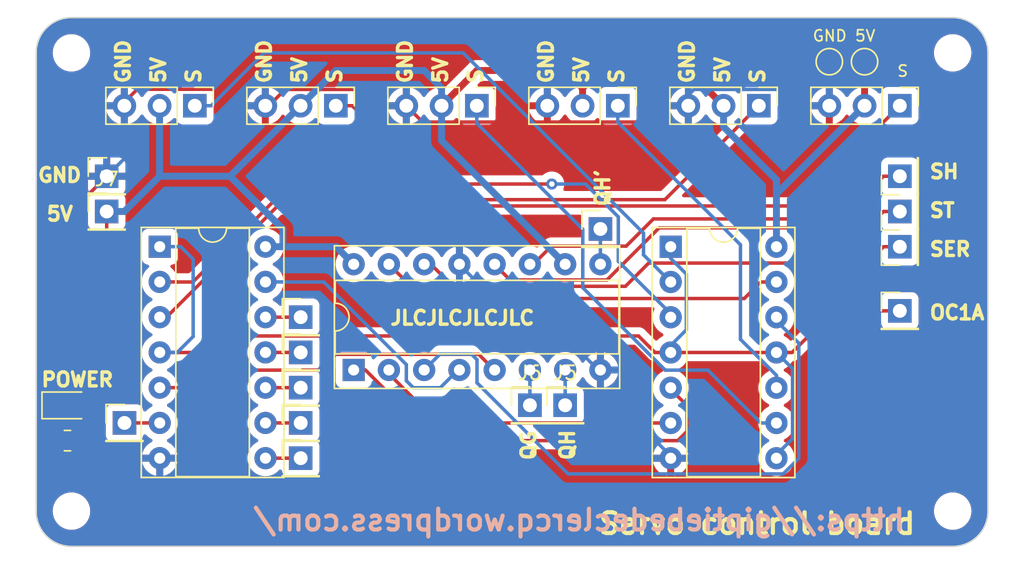
<source format=kicad_pcb>
(kicad_pcb (version 20221018) (generator pcbnew)
  (layers (0 "F.Cu" signal) (31 "B.Cu" signal) (34 "B.Paste" user) (35 "F.Paste" user) (36 "B.SilkS" user "B.Silkscreen") (37 "F.SilkS" user "F.Silkscreen") (38 "B.Mask" user) (39 "F.Mask" user) (44 "Edge.Cuts" user))
  (net 0 "")
  (net 1 "Net-(J1-Pin_1)")
  (net 2 "Net-(J2-Pin_1)")
  (net 3 "Net-(J3-Pin_1)")
  (net 4 "Net-(J4-Pin_1)")
  (net 5 "Net-(J5-Pin_1)")
  (net 6 "Net-(J6-Pin_1)")
  (net 7 "Net-(M1-PWM)")
  (net 8 "+5V")
  (net 9 "GND")
  (net 10 "Net-(M2-PWM)")
  (net 11 "Net-(M3-PWM)")
  (net 12 "Net-(M4-PWM)")
  (net 13 "Net-(M5-PWM)")
  (net 14 "Net-(M6-PWM)")
  (net 15 "Net-(U1-QB)")
  (net 16 "Net-(U1-QC)")
  (net 17 "Net-(U1-QD)")
  (net 18 "Net-(U1-QE)")
  (net 19 "Net-(U1-QF)")
  (net 20 "Net-(U1-QA)")
  (net 21 "Net-(D1-A)")
  (net 22 "Net-(J9-Pin_1)")
  (net 23 "Net-(J10-Pin_1)")
  (net 24 "Net-(J11-Pin_1)")
  (net 25 "Net-(J12-Pin_1)")
  (net 26 "Net-(J13-Pin_1)")
  (net 27 "Net-(J14-Pin_1)")
  (net 28 "Net-(J15-Pin_1)")
  (footprint "TestPoint:TestPoint_Pad_D1.5mm" (layer "F.Cu") (at 132.08 73.025)
    (fp_text reference "TP2" hide)
    (fp_text value "TestPoint")
    (pad "1" smd circle (at 0 0) (size 1.5 1.5) (layers "F.Cu" "F.Mask") (net 9 "GND"))
  )
  (footprint "MountingHole:MountingHole_2.2mm_M2" (layer "F.Cu") (at 77.47 72.39)
    (fp_text reference "H4" hide)
    (fp_text value "MountingHole")
    (pad "" np_thru_hole circle (at 0 0) (size 2.2 2.2) (drill 2.2) (layers "*.Cu" "*.Mask"))
  )
  (footprint "Package_DIP:DIP-14_W7.62mm_Socket" (layer "F.Cu") (at 120.65 86.36)
    (fp_text reference "U3" hide)
    (fp_text value "CD4066BE")
    (pad "1" thru_hole rect (at 0 0) (size 1.6 1.6) (drill 0.8) (layers "*.Cu" "*.Mask") (net 22 "Net-(J9-Pin_1)"))
    (pad "2" thru_hole oval (at 0 2.54) (size 1.6 1.6) (drill 0.8) (layers "*.Cu" "*.Mask") (net 7 "Net-(M1-PWM)"))
    (pad "3" thru_hole oval (at 0 5.08) (size 1.6 1.6) (drill 0.8) (layers "*.Cu" "*.Mask") (net 10 "Net-(M2-PWM)"))
    (pad "4" thru_hole oval (at 0 7.62) (size 1.6 1.6) (drill 0.8) (layers "*.Cu" "*.Mask") (net 22 "Net-(J9-Pin_1)"))
    (pad "5" thru_hole oval (at 0 10.16) (size 1.6 1.6) (drill 0.8) (layers "*.Cu" "*.Mask") (net 15 "Net-(U1-QB)"))
    (pad "6" thru_hole oval (at 0 12.7) (size 1.6 1.6) (drill 0.8) (layers "*.Cu" "*.Mask") (net 16 "Net-(U1-QC)"))
    (pad "7" thru_hole oval (at 0 15.24) (size 1.6 1.6) (drill 0.8) (layers "*.Cu" "*.Mask") (net 9 "GND"))
    (pad "8" thru_hole oval (at 7.62 15.24) (size 1.6 1.6) (drill 0.8) (layers "*.Cu" "*.Mask") (net 22 "Net-(J9-Pin_1)"))
    (pad "9" thru_hole oval (at 7.62 12.7) (size 1.6 1.6) (drill 0.8) (layers "*.Cu" "*.Mask") (net 11 "Net-(M3-PWM)"))
    (pad "10" thru_hole oval (at 7.62 10.16) (size 1.6 1.6) (drill 0.8) (layers "*.Cu" "*.Mask") (net 12 "Net-(M4-PWM)"))
    (pad "11" thru_hole oval (at 7.62 7.62) (size 1.6 1.6) (drill 0.8) (layers "*.Cu" "*.Mask") (net 22 "Net-(J9-Pin_1)"))
    (pad "12" thru_hole oval (at 7.62 5.08) (size 1.6 1.6) (drill 0.8) (layers "*.Cu" "*.Mask") (net 17 "Net-(U1-QD)"))
    (pad "13" thru_hole oval (at 7.62 2.54) (size 1.6 1.6) (drill 0.8) (layers "*.Cu" "*.Mask") (net 20 "Net-(U1-QA)"))
    (pad "14" thru_hole oval (at 7.62 0) (size 1.6 1.6) (drill 0.8) (layers "*.Cu" "*.Mask") (net 8 "+5V"))
  )
  (footprint "Connector_PinHeader_2.54mm:PinHeader_1x01_P2.54mm_Vertical" (layer "F.Cu") (at 80.01 81.28)
    (fp_text reference "J8" hide)
    (fp_text value "Conn_01x01_Pin")
    (pad "1" thru_hole rect (at 0 0) (size 1.7 1.7) (drill 1) (layers "*.Cu" "*.Mask") (net 9 "GND"))
  )
  (footprint "Connector_PinHeader_2.54mm:PinHeader_1x01_P2.54mm_Vertical" (layer "F.Cu") (at 137.16 90.98)
    (fp_text reference "J9" hide)
    (fp_text value "Conn_01x01_Pin")
    (pad "1" thru_hole rect (at 0 0) (size 1.7 1.7) (drill 1) (layers "*.Cu" "*.Mask") (net 22 "Net-(J9-Pin_1)"))
  )
  (footprint "Connector_PinHeader_2.54mm:PinHeader_1x01_P2.54mm_Vertical" (layer "F.Cu") (at 80.01 83.82)
    (fp_text reference "J7" (at 0 -2.33) (layer "F.SilkS"))
    (fp_text value "Conn_01x01_Pin")
    (pad "1" thru_hole rect (at 0 0) (size 1.7 1.7) (drill 1) (layers "*.Cu" "*.Mask") (net 8 "+5V"))
  )
  (footprint "Connector_PinHeader_2.54mm:PinHeader_1x01_P2.54mm_Vertical" (layer "F.Cu") (at 93.99 93.975)
    (fp_text reference "J13" hide)
    (fp_text value "Conn_01x01_Pin")
    (pad "1" thru_hole rect (at 0 0) (size 1.7 1.7) (drill 1) (layers "*.Cu" "*.Mask") (net 26 "Net-(J13-Pin_1)"))
  )
  (footprint "Connector_PinHeader_2.54mm:PinHeader_1x01_P2.54mm_Vertical" (layer "F.Cu") (at 81.29 99.055)
    (fp_text reference "J12" hide)
    (fp_text value "Conn_01x01_Pin")
    (pad "1" thru_hole rect (at 0 0) (size 1.7 1.7) (drill 1) (layers "*.Cu" "*.Mask") (net 25 "Net-(J12-Pin_1)"))
  )
  (footprint "Connector_PinHeader_2.54mm:PinHeader_1x01_P2.54mm_Vertical" (layer "F.Cu") (at 137.16 81.28 90)
    (fp_text reference "J2" hide)
    (fp_text value "Conn_01x01_Pin" hide)
    (pad "1" thru_hole rect (at 0 0 90) (size 1.7 1.7) (drill 1) (layers "*.Cu" "*.Mask") (net 2 "Net-(J2-Pin_1)"))
  )
  (footprint "Connector_PinHeader_2.54mm:PinHeader_1x01_P2.54mm_Vertical" (layer "F.Cu") (at 110.505 97.78)
    (fp_text reference "J6" (at 0 -2.33) (layer "F.SilkS"))
    (fp_text value "Conn_01x01_Pin" hide)
    (pad "1" thru_hole rect (at 0 0) (size 1.7 1.7) (drill 1) (layers "*.Cu" "*.Mask") (net 6 "Net-(J6-Pin_1)"))
  )
  (footprint "Connector_PinHeader_2.54mm:PinHeader_1x01_P2.54mm_Vertical" (layer "F.Cu") (at 93.99 91.435)
    (fp_text reference "J15" hide)
    (fp_text value "Conn_01x01_Pin")
    (pad "1" thru_hole rect (at 0 0) (size 1.7 1.7) (drill 1) (layers "*.Cu" "*.Mask") (net 28 "Net-(J15-Pin_1)"))
  )
  (footprint "MountingHole:MountingHole_2.2mm_M2" (layer "F.Cu") (at 140.97 72.39)
    (fp_text reference "H1" hide)
    (fp_text value "MountingHole")
    (pad "" np_thru_hole circle (at 0 0) (size 2.2 2.2) (drill 2.2) (layers "*.Cu" "*.Mask"))
  )
  (footprint "Connector_PinHeader_2.54mm:PinHeader_1x03_P2.54mm_Vertical" (layer "F.Cu") (at 137.16 76.2 -90)
    (fp_text reference "M6" hide)
    (fp_text value "Motor_Servo")
    (pad "1" thru_hole rect (at 0 0 270) (size 1.7 1.7) (drill 1) (layers "*.Cu" "*.Mask") (net 14 "Net-(M6-PWM)"))
    (pad "2" thru_hole oval (at 0 2.54 270) (size 1.7 1.7) (drill 1) (layers "*.Cu" "*.Mask") (net 8 "+5V"))
    (pad "3" thru_hole oval (at 0 5.08 270) (size 1.7 1.7) (drill 1) (layers "*.Cu" "*.Mask") (net 9 "GND"))
  )
  (footprint "Connector_PinHeader_2.54mm:PinHeader_1x03_P2.54mm_Vertical" (layer "F.Cu") (at 86.36 76.2 -90)
    (fp_text reference "M1" hide)
    (fp_text value "Motor_Servo")
    (pad "1" thru_hole rect (at 0 0 270) (size 1.7 1.7) (drill 1) (layers "*.Cu" "*.Mask") (net 7 "Net-(M1-PWM)"))
    (pad "2" thru_hole oval (at 0 2.54 270) (size 1.7 1.7) (drill 1) (layers "*.Cu" "*.Mask") (net 8 "+5V"))
    (pad "3" thru_hole oval (at 0 5.08 270) (size 1.7 1.7) (drill 1) (layers "*.Cu" "*.Mask") (net 9 "GND"))
  )
  (footprint "Connector_PinHeader_2.54mm:PinHeader_1x03_P2.54mm_Vertical" (layer "F.Cu") (at 106.68 76.2 -90)
    (fp_text reference "M3" hide)
    (fp_text value "Motor_Servo")
    (pad "1" thru_hole rect (at 0 0 270) (size 1.7 1.7) (drill 1) (layers "*.Cu" "*.Mask") (net 11 "Net-(M3-PWM)"))
    (pad "2" thru_hole oval (at 0 2.54 270) (size 1.7 1.7) (drill 1) (layers "*.Cu" "*.Mask") (net 8 "+5V"))
    (pad "3" thru_hole oval (at 0 5.08 270) (size 1.7 1.7) (drill 1) (layers "*.Cu" "*.Mask") (net 9 "GND"))
  )
  (footprint "Connector_PinHeader_2.54mm:PinHeader_1x03_P2.54mm_Vertical" (layer "F.Cu") (at 96.52 76.2 -90)
    (fp_text reference "M2" hide)
    (fp_text value "Motor_Servo")
    (pad "1" thru_hole rect (at 0 0 270) (size 1.7 1.7) (drill 1) (layers "*.Cu" "*.Mask") (net 10 "Net-(M2-PWM)"))
    (pad "2" thru_hole oval (at 0 2.54 270) (size 1.7 1.7) (drill 1) (layers "*.Cu" "*.Mask") (net 8 "+5V"))
    (pad "3" thru_hole oval (at 0 5.08 270) (size 1.7 1.7) (drill 1) (layers "*.Cu" "*.Mask") (net 9 "GND"))
  )
  (footprint "Connector_PinHeader_2.54mm:PinHeader_1x01_P2.54mm_Vertical" (layer "F.Cu") (at 137.16 86.36 90)
    (fp_text reference "J1" hide)
    (fp_text value "Conn_01x01_Pin" hide)
    (pad "1" thru_hole rect (at 0 0 90) (size 1.7 1.7) (drill 1) (layers "*.Cu" "*.Mask") (net 1 "Net-(J1-Pin_1)"))
  )
  (footprint "Package_DIP:DIP-14_W7.62mm_Socket" (layer "F.Cu") (at 83.83 86.355)
    (fp_text reference "U2" hide)
    (fp_text value "CD4066BE")
    (pad "1" thru_hole rect (at 0 0) (size 1.6 1.6) (drill 0.8) (layers "*.Cu" "*.Mask") (net 22 "Net-(J9-Pin_1)"))
    (pad "2" thru_hole oval (at 0 2.54) (size 1.6 1.6) (drill 0.8) (layers "*.Cu" "*.Mask") (net 13 "Net-(M5-PWM)"))
    (pad "3" thru_hole oval (at 0 5.08) (size 1.6 1.6) (drill 0.8) (layers "*.Cu" "*.Mask") (net 14 "Net-(M6-PWM)"))
    (pad "4" thru_hole oval (at 0 7.62) (size 1.6 1.6) (drill 0.8) (layers "*.Cu" "*.Mask") (net 22 "Net-(J9-Pin_1)"))
    (pad "5" thru_hole oval (at 0 10.16) (size 1.6 1.6) (drill 0.8) (layers "*.Cu" "*.Mask") (net 19 "Net-(U1-QF)"))
    (pad "6" thru_hole oval (at 0 12.7) (size 1.6 1.6) (drill 0.8) (layers "*.Cu" "*.Mask") (net 25 "Net-(J12-Pin_1)"))
    (pad "7" thru_hole oval (at 0 15.24) (size 1.6 1.6) (drill 0.8) (layers "*.Cu" "*.Mask") (net 9 "GND"))
    (pad "8" thru_hole oval (at 7.62 15.24) (size 1.6 1.6) (drill 0.8) (layers "*.Cu" "*.Mask") (net 23 "Net-(J10-Pin_1)"))
    (pad "9" thru_hole oval (at 7.62 12.7) (size 1.6 1.6) (drill 0.8) (layers "*.Cu" "*.Mask") (net 24 "Net-(J11-Pin_1)"))
    (pad "10" thru_hole oval (at 7.62 10.16) (size 1.6 1.6) (drill 0.8) (layers "*.Cu" "*.Mask") (net 27 "Net-(J14-Pin_1)"))
    (pad "11" thru_hole oval (at 7.62 7.62) (size 1.6 1.6) (drill 0.8) (layers "*.Cu" "*.Mask") (net 26 "Net-(J13-Pin_1)"))
    (pad "12" thru_hole oval (at 7.62 5.08) (size 1.6 1.6) (drill 0.8) (layers "*.Cu" "*.Mask") (net 28 "Net-(J15-Pin_1)"))
    (pad "13" thru_hole oval (at 7.62 2.54) (size 1.6 1.6) (drill 0.8) (layers "*.Cu" "*.Mask") (net 18 "Net-(U1-QE)"))
    (pad "14" thru_hole oval (at 7.62 0) (size 1.6 1.6) (drill 0.8) (layers "*.Cu" "*.Mask") (net 8 "+5V"))
  )
  (footprint "Connector_PinHeader_2.54mm:PinHeader_1x01_P2.54mm_Vertical" (layer "F.Cu") (at 115.585 85.08)
    (fp_text reference "J4" hide)
    (fp_text value "Conn_01x01_Pin" hide)
    (pad "1" thru_hole rect (at 0 0) (size 1.7 1.7) (drill 1) (layers "*.Cu" "*.Mask") (net 4 "Net-(J4-Pin_1)"))
  )
  (footprint "Connector_PinHeader_2.54mm:PinHeader_1x03_P2.54mm_Vertical" (layer "F.Cu") (at 127 76.2 -90)
    (fp_text reference "M5" hide)
    (fp_text value "Motor_Servo")
    (pad "1" thru_hole rect (at 0 0 270) (size 1.7 1.7) (drill 1) (layers "*.Cu" "*.Mask") (net 13 "Net-(M5-PWM)"))
    (pad "2" thru_hole oval (at 0 2.54 270) (size 1.7 1.7) (drill 1) (layers "*.Cu" "*.Mask") (net 8 "+5V"))
    (pad "3" thru_hole oval (at 0 5.08 270) (size 1.7 1.7) (drill 1) (layers "*.Cu" "*.Mask") (net 9 "GND"))
  )
  (footprint "Connector_PinHeader_2.54mm:PinHeader_1x01_P2.54mm_Vertical" (layer "F.Cu") (at 137.16 83.82 90)
    (fp_text reference "J3" hide)
    (fp_text value "Conn_01x01_Pin" hide)
    (pad "1" thru_hole rect (at 0 0 90) (size 1.7 1.7) (drill 1) (layers "*.Cu" "*.Mask") (net 3 "Net-(J3-Pin_1)"))
  )
  (footprint "Connector_PinHeader_2.54mm:PinHeader_1x01_P2.54mm_Vertical" (layer "F.Cu") (at 93.99 96.515)
    (fp_text reference "J14" hide)
    (fp_text value "Conn_01x01_Pin")
    (pad "1" thru_hole rect (at 0 0) (size 1.7 1.7) (drill 1) (layers "*.Cu" "*.Mask") (net 27 "Net-(J14-Pin_1)"))
  )
  (footprint "MountingHole:MountingHole_2.2mm_M2" (layer "F.Cu") (at 140.97 105.41)
    (fp_text reference "H2" hide)
    (fp_text value "MountingHole")
    (pad "" np_thru_hole circle (at 0 0) (size 2.2 2.2) (drill 2.2) (layers "*.Cu" "*.Mask"))
  )
  (footprint "TestPoint:TestPoint_Pad_D1.5mm" (layer "F.Cu") (at 134.62 73.025)
    (fp_text reference "TP1" hide)
    (fp_text value "TestPoint")
    (pad "1" smd circle (at 0 0) (size 1.5 1.5) (layers "F.Cu" "F.Mask") (net 8 "+5V"))
  )
  (footprint "MountingHole:MountingHole_2.2mm_M2" (layer "F.Cu") (at 77.47 105.41)
    (fp_text reference "H3" hide)
    (fp_text value "MountingHole")
    (pad "" np_thru_hole circle (at 0 0) (size 2.2 2.2) (drill 2.2) (layers "*.Cu" "*.Mask"))
  )
  (footprint "Connector_PinHeader_2.54mm:PinHeader_1x01_P2.54mm_Vertical" (layer "F.Cu") (at 113.045 97.78)
    (fp_text reference "J5" (at 0 -2.33) (layer "F.SilkS"))
    (fp_text value "Conn_01x01_Pin" hide)
    (pad "1" thru_hole rect (at 0 0) (size 1.7 1.7) (drill 1) (layers "*.Cu" "*.Mask") (net 5 "Net-(J5-Pin_1)"))
  )
  (footprint "Connector_PinHeader_2.54mm:PinHeader_1x01_P2.54mm_Vertical" (layer "F.Cu") (at 93.99 99.055)
    (fp_text reference "J11" hide)
    (fp_text value "Conn_01x01_Pin")
    (pad "1" thru_hole rect (at 0 0) (size 1.7 1.7) (drill 1) (layers "*.Cu" "*.Mask") (net 24 "Net-(J11-Pin_1)"))
  )
  (footprint "Package_DIP:DIP-16_W7.62mm_Socket" (layer "F.Cu") (at 97.805 95.24 90)
    (fp_text reference "U1" hide)
    (fp_text value "74HC595")
    (pad "1" thru_hole rect (at 0 0 90) (size 1.6 1.6) (drill 0.8) (layers "*.Cu" "*.Mask") (net 15 "Net-(U1-QB)"))
    (pad "2" thru_hole oval (at 0 2.54 90) (size 1.6 1.6) (drill 0.8) (layers "*.Cu" "*.Mask") (net 16 "Net-(U1-QC)"))
    (pad "3" thru_hole oval (at 0 5.08 90) (size 1.6 1.6) (drill 0.8) (layers "*.Cu" "*.Mask") (net 17 "Net-(U1-QD)"))
    (pad "4" thru_hole oval (at 0 7.62 90) (size 1.6 1.6) (drill 0.8) (layers "*.Cu" "*.Mask") (net 18 "Net-(U1-QE)"))
    (pad "5" thru_hole oval (at 0 10.16 90) (size 1.6 1.6) (drill 0.8) (layers "*.Cu" "*.Mask") (net 19 "Net-(U1-QF)"))
    (pad "6" thru_hole oval (at 0 12.7 90) (size 1.6 1.6) (drill 0.8) (layers "*.Cu" "*.Mask") (net 6 "Net-(J6-Pin_1)"))
    (pad "7" thru_hole oval (at 0 15.24 90) (size 1.6 1.6) (drill 0.8) (layers "*.Cu" "*.Mask") (net 5 "Net-(J5-Pin_1)"))
    (pad "8" thru_hole oval (at 0 17.78 90) (size 1.6 1.6) (drill 0.8) (layers "*.Cu" "*.Mask") (net 9 "GND"))
    (pad "9" thru_hole oval (at 7.62 17.78 90) (size 1.6 1.6) (drill 0.8) (layers "*.Cu" "*.Mask") (net 4 "Net-(J4-Pin_1)"))
    (pad "10" thru_hole oval (at 7.62 15.24 90) (size 1.6 1.6) (drill 0.8) (layers "*.Cu" "*.Mask") (net 8 "+5V"))
    (pad "11" thru_hole oval (at 7.62 12.7 90) (size 1.6 1.6) (drill 0.8) (layers "*.Cu" "*.Mask") (net 2 "Net-(J2-Pin_1)"))
    (pad "12" thru_hole oval (at 7.62 10.16 90) (size 1.6 1.6) (drill 0.8) (layers "*.Cu" "*.Mask") (net 3 "Net-(J3-Pin_1)"))
    (pad "13" thru_hole oval (at 7.62 7.62 90) (size 1.6 1.6) (drill 0.8) (layers "*.Cu" "*.Mask") (net 9 "GND"))
    (pad "14" thru_hole oval (at 7.62 5.08 90) (size 1.6 1.6) (drill 0.8) (layers "*.Cu" "*.Mask") (net 1 "Net-(J1-Pin_1)"))
    (pad "15" thru_hole oval (at 7.62 2.54 90) (size 1.6 1.6) (drill 0.8) (layers "*.Cu" "*.Mask") (net 20 "Net-(U1-QA)"))
    (pad "16" thru_hole oval (at 7.62 0 90) (size 1.6 1.6) (drill 0.8) (layers "*.Cu" "*.Mask") (net 8 "+5V"))
  )
  (footprint "Connector_PinHeader_2.54mm:PinHeader_1x01_P2.54mm_Vertical" (layer "F.Cu") (at 93.99 101.595)
    (fp_text reference "J10" hide)
    (fp_text value "Conn_01x01_Pin")
    (pad "1" thru_hole rect (at 0 0) (size 1.7 1.7) (drill 1) (layers "*.Cu" "*.Mask") (net 23 "Net-(J10-Pin_1)"))
  )
  (footprint "Resistor_SMD:R_0805_2012Metric_Pad1.20x1.40mm_HandSolder" (layer "F.Cu") (at 77.182 100.33)
    (fp_text reference "R1" hide)
    (fp_text value "R")
    (pad "1" smd roundrect (at -1 0) (size 1.2 1.4) (layers "F.Cu" "F.Paste" "F.Mask") (roundrect_rratio 0.2083333333) (net 8 "+5V"))
    (pad "2" smd roundrect (at 1 0) (size 1.2 1.4) (layers "F.Cu" "F.Paste" "F.Mask") (roundrect_rratio 0.2083333333) (net 21 "Net-(D1-A)"))
  )
  (footprint "LED_SMD:LED_0805_2012Metric_Pad1.15x1.40mm_HandSolder" (layer "F.Cu") (at 77.207 97.79)
    (fp_text reference "D1" hide)
    (fp_text value "LED")
    (pad "1" smd roundrect (at -1.025 0) (size 1.15 1.4) (layers "F.Cu" "F.Paste" "F.Mask") (roundrect_rratio 0.2173913043) (net 9 "GND"))
    (pad "2" smd roundrect (at 1.025 0) (size 1.15 1.4) (layers "F.Cu" "F.Paste" "F.Mask") (roundrect_rratio 0.2173913043) (net 21 "Net-(D1-A)"))
  )
  (footprint "Connector_PinHeader_2.54mm:PinHeader_1x03_P2.54mm_Vertical" (layer "F.Cu") (at 116.84 76.2 -90)
    (fp_text reference "M4" hide)
    (fp_text value "Motor_Servo")
    (pad "1" thru_hole rect (at 0 0 270) (size 1.7 1.7) (drill 1) (layers "*.Cu" "*.Mask") (net 12 "Net-(M4-PWM)"))
    (pad "2" thru_hole oval (at 0 2.54 270) (size 1.7 1.7) (drill 1) (layers "*.Cu" "*.Mask") (net 8 "+5V"))
    (pad "3" thru_hole oval (at 0 5.08 270) (size 1.7 1.7) (drill 1) (layers "*.Cu" "*.Mask") (net 9 "GND"))
  )
  (gr_arc (start 74.93 72.39) (mid 75.673949 70.593949) (end 77.47 69.85) (stroke (width 0.1)) (layer "Edge.Cuts"))
  (gr_arc (start 143.51 105.41) (mid 142.766051 107.206051) (end 140.97 107.95) (stroke (width 0.1)) (layer "Edge.Cuts"))
  (gr_line (start 140.97 107.95) (end 77.47 107.95) (stroke (width 0.1)) (layer "Edge.Cuts"))
  (gr_arc (start 77.47 107.95) (mid 75.673949 107.206051) (end 74.93 105.41) (stroke (width 0.1)) (layer "Edge.Cuts"))
  (gr_line (start 143.51 72.39) (end 143.51 105.41) (stroke (width 0.1)) (layer "Edge.Cuts"))
  (gr_line (start 77.47 69.85) (end 140.97 69.85) (stroke (width 0.1)) (layer "Edge.Cuts"))
  (gr_line (start 74.93 105.41) (end 74.93 72.39) (stroke (width 0.1)) (layer "Edge.Cuts"))
  (gr_arc (start 140.97 69.85) (mid 142.766051 70.593949) (end 143.51 72.39) (stroke (width 0.1)) (layer "Edge.Cuts"))
  (gr_text "https://giptiebedeclercq.wordpress.com/" (at 137.668 106.934) (layer "B.SilkS") (effects (font (size 1.5 1.5) (thickness 0.3) bold) (justify left bottom mirror)))
  (gr_text "S" (at 127.5 74.7 90) (layer "F.SilkS") (effects (font (size 1 1) (thickness 0.25) bold) (justify left bottom)))
  (gr_text "5V" (at 114.8 74.7 90) (layer "F.SilkS") (effects (font (size 1 1) (thickness 0.25) bold) (justify left bottom)))
  (gr_text "S" (at 136.906 74.168) (layer "F.SilkS") (effects (font (size 0.8 0.8) (thickness 0.125) bold) (justify left bottom)))
  (gr_text "5V" (at 84.32 74.7 90) (layer "F.SilkS") (effects (font (size 1 1) (thickness 0.25) bold) (justify left bottom)))
  (gr_text "POWER" (at 75.184 96.52) (layer "F.SilkS") (effects (font (size 1 1) (thickness 0.25) bold) (justify left bottom)))
  (gr_text "GND" (at 102.1 74.7 90) (layer "F.SilkS") (effects (font (size 1 1) (thickness 0.25) bold) (justify left bottom)))
  (gr_text "5V" (at 133.858 71.628) (layer "F.SilkS") (effects (font (size 0.8 0.8) (thickness 0.125) bold) (justify left bottom)))
  (gr_text "5V" (at 94.48 74.7 90) (layer "F.SilkS") (effects (font (size 1 1) (thickness 0.25) bold) (justify left bottom)))
  (gr_text "GND" (at 130.81 71.628) (layer "F.SilkS") (effects (font (size 0.8 0.8) (thickness 0.125) bold) (justify left bottom)))
  (gr_text "GND" (at 122.42 74.7 90) (layer "F.SilkS") (effects (font (size 1 1) (thickness 0.25) bold) (justify left bottom)))
  (gr_text "S" (at 86.86 74.7 90) (layer "F.SilkS") (effects (font (size 1 1) (thickness 0.25) bold) (justify left bottom)))
  (gr_text "GND" (at 91.94 74.7 90) (layer "F.SilkS") (effects (font (size 1 1) (thickness 0.25) bold) (justify left bottom)))
  (gr_text "5V" (at 124.96 74.7 90) (layer "F.SilkS") (effects (font (size 1 1) (thickness 0.25) bold) (justify left bottom)))
  (gr_text "QG" (at 110.998 101.854 90) (layer "F.SilkS") (effects (font (size 1 1) (thickness 0.25) bold) (justify left bottom)))
  (gr_text "OC1A" (at 139.192 91.694) (layer "F.SilkS") (effects (font (size 1 1) (thickness 0.25) bold) (justify left bottom)))
  (gr_text "SH" (at 139.192 81.534) (layer "F.SilkS") (effects (font (size 1 1) (thickness 0.25) bold) (justify left bottom)))
  (gr_text "ST" (at 139.192 84.328) (layer "F.SilkS") (effects (font (size 1 1) (thickness 0.25) bold) (justify left bottom)))
  (gr_text "5V" (at 75.565 84.582) (layer "F.SilkS") (effects (font (size 1 1) (thickness 0.25) bold) (justify left bottom)))
  (gr_text "GND" (at 112.26 74.7 90) (layer "F.SilkS") (effects (font (size 1 1) (thickness 0.25) bold) (justify left bottom)))
  (gr_text "JLCJLCJLCJLC" (at 100.33 92.075) (layer "F.SilkS") (effects (font (size 1 1) (thickness 0.25) bold) (justify left bottom)))
  (gr_text "S" (at 107.18 74.7 90) (layer "F.SilkS") (effects (font (size 1 1) (thickness 0.25) bold) (justify left bottom)))
  (gr_text "Servo control board" (at 115.316 107.188) (layer "F.SilkS") (effects (font (size 1.5 1.5) (thickness 0.3) bold) (justify left bottom)))
  (gr_text "5V" (at 104.64 74.7 90) (layer "F.SilkS") (effects (font (size 1 1) (thickness 0.25) bold) (justify left bottom)))
  (gr_text "GND" (at 81.78 74.7 90) (layer "F.SilkS") (effects (font (size 1 1) (thickness 0.25) bold) (justify left bottom)))
  (gr_text "SER" (at 139.192 87.122) (layer "F.SilkS") (effects (font (size 1 1) (thickness 0.25) bold) (justify left bottom)))
  (gr_text "QH'" (at 116.332 83.566 90) (layer "F.SilkS") (effects (font (size 1 1) (thickness 0.25) bold) (justify left bottom)))
  (gr_text "S" (at 97.02 74.7 90) (layer "F.SilkS") (effects (font (size 1 1) (thickness 0.25) bold) (justify left bottom)))
  (gr_text "QH" (at 113.792 101.854 90) (layer "F.SilkS") (effects (font (size 1 1) (thickness 0.25) bold) (justify left bottom)))
  (gr_text "S" (at 117.34 74.7 90) (layer "F.SilkS") (effects (font (size 1 1) (thickness 0.25) bold) (justify left bottom)))
  (gr_text "GND" (at 74.93 81.788) (layer "F.SilkS") (effects (font (size 1 1) (thickness 0.25) bold) (justify left bottom)))
  (segment (start 104.9573 89.2093) (end 117.3909 89.2093) (width 0.25) (layer "F.Cu") (net 1))
  (segment (start 119.0633 87.5369) (end 134.8062 87.5369) (width 0.25) (layer "F.Cu") (net 1))
  (segment (start 102.885 87.62) (end 103.368 87.62) (width 0.25) (layer "F.Cu") (net 1))
  (segment (start 134.8062 87.5369) (end 135.9831 86.36) (width 0.25) (layer "F.Cu") (net 1))
  (segment (start 117.3909 89.2093) (end 119.0633 87.5369) (width 0.25) (layer "F.Cu") (net 1))
  (segment (start 103.368 87.62) (end 104.9573 89.2093) (width 0.25) (layer "F.Cu") (net 1))
  (segment (start 135.9831 86.36) (end 137.16 86.36) (width 0.25) (layer "F.Cu") (net 1))
  (segment (start 132.9079 84.3552) (end 119.4006 84.3552) (width 0.25) (layer "F.Cu") (net 2))
  (segment (start 135.9831 81.28) (end 132.9079 84.3552) (width 0.25) (layer "F.Cu") (net 2))
  (segment (start 117.4407 86.3151) (end 112.0589 86.3151) (width 0.25) (layer "F.Cu") (net 2))
  (segment (start 119.4006 84.3552) (end 117.4407 86.3151) (width 0.25) (layer "F.Cu") (net 2))
  (segment (start 110.754 87.62) (end 110.505 87.62) (width 0.25) (layer "F.Cu") (net 2))
  (segment (start 137.16 81.28) (end 135.9831 81.28) (width 0.25) (layer "F.Cu") (net 2))
  (segment (start 112.0589 86.3151) (end 110.754 87.62) (width 0.25) (layer "F.Cu") (net 2))
  (segment (start 134.8062 84.9969) (end 135.9831 83.82) (width 0.25) (layer "F.Cu") (net 3))
  (segment (start 116.0567 88.7574) (end 119.8172 84.9969) (width 0.25) (layer "F.Cu") (net 3))
  (segment (start 107.965 87.62) (end 107.965 87.645) (width 0.25) (layer "F.Cu") (net 3))
  (segment (start 119.8172 84.9969) (end 134.8062 84.9969) (width 0.25) (layer "F.Cu") (net 3))
  (segment (start 135.9831 83.82) (end 137.16 83.82) (width 0.25) (layer "F.Cu") (net 3))
  (segment (start 107.965 87.645) (end 109.0774 88.7574) (width 0.25) (layer "F.Cu") (net 3))
  (segment (start 109.0774 88.7574) (end 116.0567 88.7574) (width 0.25) (layer "F.Cu") (net 3))
  (segment (start 115.585 85.08) (end 115.585 87.62) (width 0.25) (layer "B.Cu") (net 4))
  (segment (start 113.045 97.78) (end 113.045 95.24) (width 0.25) (layer "B.Cu") (net 5))
  (segment (start 110.505 97.78) (end 110.505 95.24) (width 0.25) (layer "B.Cu") (net 6))
  (segment (start 87.5369 76.2) (end 91.3469 72.39) (width 0.25) (layer "B.Cu") (net 7))
  (segment (start 86.36 76.2) (end 87.5369 76.2) (width 0.25) (layer "B.Cu") (net 7))
  (segment (start 118.6918 86.9418) (end 120.65 88.9) (width 0.25) (layer "B.Cu") (net 7))
  (segment (start 91.3469 72.39) (end 105.6964 72.39) (width 0.25) (layer "B.Cu") (net 7))
  (segment (start 118.6918 85.3854) (end 118.6918 86.9418) (width 0.25) (layer "B.Cu") (net 7))
  (segment (start 105.6964 72.39) (end 118.6918 85.3854) (width 0.25) (layer "B.Cu") (net 7))
  (segment (start 113.03 73.66) (end 114.3 74.93) (width 0.5) (layer "F.Cu") (net 8))
  (segment (start 114.3 76.2) (end 114.3 74.93) (width 0.5) (layer "F.Cu") (net 8))
  (segment (start 134.62 76.2) (end 134.62 73.025) (width 0.5) (layer "F.Cu") (net 8))
  (segment (start 77.216 89.0609) (end 77.216 99.296) (width 0.25) (layer "F.Cu") (net 8))
  (segment (start 80.01 86.2669) (end 77.216 89.0609) (width 0.25) (layer "F.Cu") (net 8))
  (segment (start 114.3 74.93) (end 115.062 74.168) (width 0.5) (layer "F.Cu") (net 8))
  (segment (start 122.428 74.168) (end 124.46 76.2) (width 0.5) (layer "F.Cu") (net 8))
  (segment (start 80.01 83.82) (end 80.01 86.2669) (width 0.25) (layer "F.Cu") (net 8))
  (segment (start 106.68 73.66) (end 113.03 73.66) (width 0.5) (layer "F.Cu") (net 8))
  (segment (start 115.062 74.168) (end 122.428 74.168) (width 0.5) (layer "F.Cu") (net 8))
  (segment (start 104.14 76.2) (end 106.68 73.66) (width 0.5) (layer "F.Cu") (net 8))
  (segment (start 77.216 99.296) (end 76.182 100.33) (width 0.25) (layer "F.Cu") (net 8))
  (segment (start 83.82 81.28) (end 81.28 83.82) (width 0.5) (layer "B.Cu") (net 8))
  (segment (start 83.82 76.2) (end 83.82 81.28) (width 0.5) (layer "B.Cu") (net 8))
  (segment (start 128.27 81.534) (end 128.27 82.55) (width 0.5) (layer "B.Cu") (net 8))
  (segment (start 96.545 86.36) (end 97.805 87.62) (width 0.5) (layer "B.Cu") (net 8))
  (segment (start 92.705 86.355) (end 91.45 86.355) (width 0.5) (layer "B.Cu") (net 8))
  (segment (start 96.52 73.66) (end 102.87 73.66) (width 0.5) (layer "B.Cu") (net 8))
  (segment (start 124.46 76.2) (end 124.46 77.724) (width 0.5) (layer "B.Cu") (net 8))
  (segment (start 128.27 81.534) (end 128.27 86.36) (width 0.5) (layer "B.Cu") (net 8))
  (segment (start 102.87 73.66) (end 104.14 74.93) (width 0.5) (layer "B.Cu") (net 8))
  (segment (start 88.9 81.28) (end 93.98 76.2) (width 0.5) (layer "B.Cu") (net 8))
  (segment (start 104.14 74.93) (end 104.14 76.2) (width 0.5) (layer "B.Cu") (net 8))
  (segment (start 128.27 82.55) (end 134.62 76.2) (width 0.5) (layer "B.Cu") (net 8))
  (segment (start 83.82 81.28) (end 88.9 81.28) (width 0.5) (layer "B.Cu") (net 8))
  (segment (start 92.71 86.36) (end 96.545 86.36) (width 0.5) (layer "B.Cu") (net 8))
  (segment (start 92.71 85.09) (end 92.71 86.36) (width 0.5) (layer "B.Cu") (net 8))
  (segment (start 92.71 86.36) (end 92.705 86.355) (width 0.5) (layer "B.Cu") (net 8))
  (segment (start 104.14 78.715) (end 104.14 76.2) (width 0.5) (layer "B.Cu") (net 8))
  (segment (start 88.9 81.28) (end 92.71 85.09) (width 0.5) (layer "B.Cu") (net 8))
  (segment (start 113.045 87.62) (end 104.14 78.715) (width 0.5) (layer "B.Cu") (net 8))
  (segment (start 124.46 77.724) (end 128.27 81.534) (width 0.5) (layer "B.Cu") (net 8))
  (segment (start 81.28 83.82) (end 80.01 83.82) (width 0.5) (layer "B.Cu") (net 8))
  (segment (start 93.98 76.2) (end 96.52 73.66) (width 0.5) (layer "B.Cu") (net 8))
  (segment (start 75.184 98.788) (end 76.182 97.79) (width 0.25) (layer "F.Cu") (net 9))
  (segment (start 91.44 76.2) (end 91.694 76.2) (width 0.25) (layer "F.Cu") (net 9))
  (segment (start 75.184 101.092) (end 75.184 98.788) (width 0.25) (layer "F.Cu") (net 9))
  (segment (start 75.687 101.595) (end 75.184 101.092) (width 0.25) (layer "F.Cu") (net 9))
  (segment (start 100.4231 76.2) (end 101.6 76.2) (width 0.25) (layer "F.Cu") (net 9))
  (segment (start 92.8709 75.0231) (end 99.2462 75.0231) (width 0.25) (layer "F.Cu") (net 9))
  (segment (start 119.5662 77.3769) (end 111.76 77.3769) (width 0.25) (layer "F.Cu") (net 9))
  (segment (start 99.2462 75.0231) (end 100.4231 76.2) (width 0.25) (layer "F.Cu") (net 9))
  (segment (start 111.76 76.2) (end 111.76 77.3769) (width 0.25) (layer "F.Cu") (net 9))
  (segment (start 81.28 75.946) (end 81.28 76.2) (width 0.25) (layer "F.Cu") (net 9))
  (segment (start 76.182 85.108) (end 80.01 81.28) (width 0.25) (layer "F.Cu") (net 9))
  (segment (start 89.0743 75.0112) (end 82.2148 75.0112) (width 0.25) (layer "F.Cu") (net 9))
  (segment (start 111.76 77.3769) (end 102.7769 77.3769) (width 0.25) (layer "F.Cu") (net 9))
  (segment (start 120.7431 76.2) (end 119.5662 77.3769) (width 0.25) (layer "F.Cu") (net 9))
  (segment (start 90.2631 76.2) (end 89.0743 75.0112) (width 0.25) (layer "F.Cu") (net 9))
  (segment (start 121.92 76.2) (end 120.7431 76.2) (width 0.25) (layer "F.Cu") (net 9))
  (segment (start 132.08 76.2) (end 132.08 73.025) (width 0.25) (layer "F.Cu") (net 9))
  (segment (start 76.182 97.79) (end 76.182 85.108) (width 0.25) (layer "F.Cu") (net 9))
  (segment (start 91.694 76.2) (end 92.8709 75.0231) (width 0.25) (layer "F.Cu") (net 9))
  (segment (start 82.2148 75.0112) (end 81.28 75.946) (width 0.25) (layer "F.Cu") (net 9))
  (segment (start 83.83 101.595) (end 75.687 101.595) (width 0.25) (layer "F.Cu") (net 9))
  (segment (start 91.44 76.2) (end 90.2631 76.2) (width 0.25) (layer "F.Cu") (net 9))
  (segment (start 102.7769 77.3769) (end 101.6 76.2) (width 0.25) (layer "F.Cu") (net 9))
  (segment (start 115.585 95.3946) (end 110.8328 90.6424) (width 0.25) (layer "B.Cu") (net 9))
  (segment (start 101.6 76.2) (end 101.6 82.6681) (width 0.25) (layer "B.Cu") (net 9))
  (segment (start 110.8328 90.6424) (end 108.4224 90.6424) (width 0.25) (layer "B.Cu") (net 9))
  (segment (start 122.3349 75.0231) (end 129.7262 75.0231) (width 0.25) (layer "B.Cu") (net 9))
  (segment (start 101.6 82.6681) (end 105.425 86.4931) (width 0.25) (layer "B.Cu") (net 9))
  (segment (start 121.92 76.2) (end 121.92 75.438) (width 0.25) (layer "B.Cu") (net 9))
  (segment (start 121.92 75.438) (end 122.3349 75.0231) (width 0.25) (layer "B.Cu") (net 9))
  (segment (start 81.28 76.2) (end 81.28 80.01) (width 0.25) (layer "B.Cu") (net 9))
  (segment (start 105.425 87.645) (end 105.425 87.62) (width 0.25) (layer "B.Cu") (net 9))
  (segment (start 105.425 87.62) (end 105.425 86.4931) (width 0.25) (layer "B.Cu") (net 9))
  (segment (start 120.65 101.4319) (end 120.65 101.6) (width 0.25) (layer "B.Cu") (net 9))
  (segment (start 80.01 81.28) (end 81.28 80.01) (width 0.25) (layer "B.Cu") (net 9))
  (segment (start 129.7262 75.0231) (end 130.9031 76.2) (width 0.25) (layer "B.Cu") (net 9))
  (segment (start 108.4224 90.6424) (end 105.425 87.645) (width 0.25) (layer "B.Cu") (net 9))
  (segment (start 115.585 95.3946) (end 115.585 96.3669) (width 0.25) (layer "B.Cu") (net 9))
  (segment (start 115.585 96.3669) (end 120.65 101.4319) (width 0.25) (layer "B.Cu") (net 9))
  (segment (start 130.9031 76.2) (end 132.08 76.2) (width 0.25) (layer "B.Cu") (net 9))
  (segment (start 115.585 95.24) (end 115.585 95.3946) (width 0.25) (layer "B.Cu") (net 9))
  (segment (start 103.3382 81.8413) (end 97.6969 76.2) (width 0.25) (layer "F.Cu") (net 10))
  (segment (start 96.52 76.2) (end 97.6969 76.2) (width 0.25) (layer "F.Cu") (net 10))
  (segment (start 112.0814 81.8413) (end 103.3382 81.8413) (width 0.25) (layer "F.Cu") (net 10))
  (via (at 112.0814 81.8413) (size 0.8) (drill 0.4) (layers "F.Cu" "B.Cu") (net 10))
  (segment (start 116.8746 87.4106) (end 116.8746 84.2073) (width 0.25) (layer "B.Cu") (net 10))
  (segment (start 120.65 91.44) (end 120.65 91.186) (width 0.25) (layer "B.Cu") (net 10))
  (segment (start 120.65 91.186) (end 116.8746 87.4106) (width 0.25) (layer "B.Cu") (net 10))
  (segment (start 116.8746 84.2073) (end 114.5086 81.8413) (width 0.25) (layer "B.Cu") (net 10))
  (segment (start 114.5086 81.8413) (end 112.0814 81.8413) (width 0.25) (layer "B.Cu") (net 10))
  (segment (start 120.2541 95.25) (end 123.3331 95.25) (width 0.25) (layer "B.Cu") (net 11))
  (segment (start 106.68 77.3769) (end 106.68 77.4678) (width 0.25) (layer "B.Cu") (net 11))
  (segment (start 106.68 77.4678) (end 114.315 85.1028) (width 0.25) (layer "B.Cu") (net 11))
  (segment (start 114.315 85.1028) (end 114.315 89.3109) (width 0.25) (layer "B.Cu") (net 11))
  (segment (start 114.315 89.3109) (end 120.2541 95.25) (width 0.25) (layer "B.Cu") (net 11))
  (segment (start 128.27 99.06) (end 127.1431 99.06) (width 0.25) (layer "B.Cu") (net 11))
  (segment (start 106.68 76.2) (end 106.68 77.3769) (width 0.25) (layer "B.Cu") (net 11))
  (segment (start 123.3331 95.25) (end 127.1431 99.06) (width 0.25) (layer "B.Cu") (net 11))
  (segment (start 116.84 76.2) (end 116.84 77.3769) (width 0.25) (layer "B.Cu") (net 12))
  (segment (start 125.676 93.0326) (end 128.27 95.6266) (width 0.25) (layer "B.Cu") (net 12))
  (segment (start 116.84 77.3769) (end 125.676 86.2129) (width 0.25) (layer "B.Cu") (net 12))
  (segment (start 125.676 86.2129) (end 125.676 93.0326) (width 0.25) (layer "B.Cu") (net 12))
  (segment (start 128.27 95.6266) (end 128.27 96.52) (width 0.25) (layer "B.Cu") (net 12))
  (segment (start 92.1485 82.9684) (end 86.2169 88.9) (width 0.25) (layer "F.Cu") (net 13))
  (segment (start 120.2316 82.9684) (end 92.1485 82.9684) (width 0.25) (layer "F.Cu") (net 13))
  (segment (start 86.2169 88.9) (end 85.09 88.9) (width 0.25) (layer "F.Cu") (net 13))
  (segment (start 85.085 88.895) (end 83.83 88.895) (width 0.25) (layer "F.Cu") (net 13))
  (segment (start 127 76.2) (end 120.2316 82.9684) (width 0.25) (layer "F.Cu") (net 13))
  (segment (start 85.09 88.9) (end 85.085 88.895) (width 0.25) (layer "F.Cu") (net 13))
  (segment (start 92.332996 83.4203) (end 84.318296 91.435) (width 0.25) (layer "F.Cu") (net 14))
  (segment (start 84.318296 91.435) (end 83.83 91.435) (width 0.25) (layer "F.Cu") (net 14))
  (segment (start 129.9397 83.4203) (end 92.332996 83.4203) (width 0.25) (layer "F.Cu") (net 14))
  (segment (start 137.16 76.2) (end 129.9397 83.4203) (width 0.25) (layer "F.Cu") (net 14))
  (segment (start 121.8285 97.8094) (end 120.65 96.6309) (width 0.25) (layer "F.Cu") (net 15))
  (segment (start 121.8285 99.6595) (end 121.8285 97.8094) (width 0.25) (layer "F.Cu") (net 15))
  (segment (start 97.805 95.24) (end 98.6502 95.24) (width 0.25) (layer "F.Cu") (net 15))
  (segment (start 98.6502 95.24) (end 103.7402 100.33) (width 0.25) (layer "F.Cu") (net 15))
  (segment (start 103.7402 100.33) (end 121.158 100.33) (width 0.25) (layer "F.Cu") (net 15))
  (segment (start 121.158 100.33) (end 121.8285 99.6595) (width 0.25) (layer "F.Cu") (net 15))
  (segment (start 120.65 96.6309) (end 120.65 96.52) (width 0.25) (layer "F.Cu") (net 15))
  (segment (start 103.886 99.06) (end 120.65 99.06) (width 0.25) (layer "F.Cu") (net 16))
  (segment (start 100.345 95.519) (end 103.886 99.06) (width 0.25) (layer "F.Cu") (net 16))
  (segment (start 100.345 95.24) (end 100.345 95.519) (width 0.25) (layer "F.Cu") (net 16))
  (segment (start 102.885 95.24) (end 104.0293 94.0957) (width 0.25) (layer "B.Cu") (net 17))
  (segment (start 128.27 91.694) (end 128.27 91.44) (width 0.25) (layer "B.Cu") (net 17))
  (segment (start 106.6931 96.1645) (end 113.2587 102.7301) (width 0.25) (layer "B.Cu") (net 17))
  (segment (start 128.7578 102.7301) (end 129.8813 101.6066) (width 0.25) (layer "B.Cu") (net 17))
  (segment (start 113.2587 102.7301) (end 128.7578 102.7301) (width 0.25) (layer "B.Cu") (net 17))
  (segment (start 129.8813 101.6066) (end 129.8813 93.3053) (width 0.25) (layer "B.Cu") (net 17))
  (segment (start 106.2877 94.0957) (end 106.6931 94.5011) (width 0.25) (layer "B.Cu") (net 17))
  (segment (start 106.6931 94.5011) (end 106.6931 96.1645) (width 0.25) (layer "B.Cu") (net 17))
  (segment (start 129.8813 93.3053) (end 128.27 91.694) (width 0.25) (layer "B.Cu") (net 17))
  (segment (start 104.0293 94.0957) (end 106.2877 94.0957) (width 0.25) (layer "B.Cu") (net 17))
  (segment (start 92.705 88.895) (end 91.45 88.895) (width 0.25) (layer "B.Cu") (net 18))
  (segment (start 105.3241 95.24) (end 105.425 95.24) (width 0.25) (layer "B.Cu") (net 18))
  (segment (start 101.6 94.8484) (end 101.6 96.012) (width 0.25) (layer "B.Cu") (net 18))
  (segment (start 92.71 88.9) (end 95.6516 88.9) (width 0.25) (layer "B.Cu") (net 18))
  (segment (start 102.108 96.52) (end 104.0441 96.52) (width 0.25) (layer "B.Cu") (net 18))
  (segment (start 92.71 88.9) (end 92.705 88.895) (width 0.25) (layer "B.Cu") (net 18))
  (segment (start 101.6 96.012) (end 102.108 96.52) (width 0.25) (layer "B.Cu") (net 18))
  (segment (start 104.0441 96.52) (end 105.3241 95.24) (width 0.25) (layer "B.Cu") (net 18))
  (segment (start 95.6516 88.9) (end 101.6 94.8484) (width 0.25) (layer "B.Cu") (net 18))
  (segment (start 106.8131 94.1131) (end 96.3869 94.1131) (width 0.25) (layer "F.Cu") (net 19))
  (segment (start 96.3869 94.1131) (end 95.25 95.25) (width 0.25) (layer "F.Cu") (net 19))
  (segment (start 95.25 95.25) (end 87.4869 95.25) (width 0.25) (layer "F.Cu") (net 19))
  (segment (start 87.4869 95.25) (end 86.2169 96.52) (width 0.25) (layer "F.Cu") (net 19))
  (segment (start 107.94 95.24) (end 106.8131 94.1131) (width 0.25) (layer "F.Cu") (net 19))
  (segment (start 107.965 95.24) (end 107.94 95.24) (width 0.25) (layer "F.Cu") (net 19))
  (segment (start 85.09 96.52) (end 85.085 96.515) (width 0.25) (layer "F.Cu") (net 19))
  (segment (start 85.085 96.515) (end 83.83 96.515) (width 0.25) (layer "F.Cu") (net 19))
  (segment (start 86.2169 96.52) (end 85.09 96.52) (width 0.25) (layer "F.Cu") (net 19))
  (segment (start 127.1431 88.9) (end 128.27 88.9) (width 0.25) (layer "F.Cu") (net 20))
  (segment (start 100.345 87.62) (end 102.8156 90.0906) (width 0.25) (layer "F.Cu") (net 20))
  (segment (start 102.8156 90.0906) (end 125.9525 90.0906) (width 0.25) (layer "F.Cu") (net 20))
  (segment (start 125.9525 90.0906) (end 127.1431 88.9) (width 0.25) (layer "F.Cu") (net 20))
  (segment (start 78.232 100.28) (end 78.182 100.33) (width 0.25) (layer "F.Cu") (net 21))
  (segment (start 78.232 97.79) (end 78.232 100.28) (width 0.25) (layer "F.Cu") (net 21))
  (segment (start 120.65 93.98) (end 119.5231 93.98) (width 0.25) (layer "F.Cu") (net 22))
  (segment (start 85.09 93.98) (end 85.085 93.975) (width 0.25) (layer "F.Cu") (net 22))
  (segment (start 137.16 90.98) (end 132.3969 90.98) (width 0.25) (layer "F.Cu") (net 22))
  (segment (start 118.3325 92.7894) (end 87.4075 92.7894) (width 0.25) (layer "F.Cu") (net 22))
  (segment (start 85.09 93.98) (end 86.2169 93.98) (width 0.25) (layer "F.Cu") (net 22))
  (segment (start 128.27 93.98) (end 129.3969 93.98) (width 0.25) (layer "F.Cu") (net 22))
  (segment (start 132.3969 90.98) (end 129.3969 93.98) (width 0.25) (layer "F.Cu") (net 22))
  (segment (start 85.085 93.975) (end 83.83 93.975) (width 0.25) (layer "F.Cu") (net 22))
  (segment (start 128.27 93.98) (end 120.65 93.98) (width 0.25) (layer "F.Cu") (net 22))
  (segment (start 87.4075 92.7894) (end 86.2169 93.98) (width 0.25) (layer "F.Cu") (net 22))
  (segment (start 119.5231 93.98) (end 118.3325 92.7894) (width 0.25) (layer "F.Cu") (net 22))
  (segment (start 128.27 93.98) (end 129.4313 95.1413) (width 0.25) (layer "B.Cu") (net 22))
  (segment (start 120.65 93.98) (end 120.65 93.472) (width 0.25) (layer "B.Cu") (net 22))
  (segment (start 85.085 86.355) (end 83.83 86.355) (width 0.25) (layer "B.Cu") (net 22))
  (segment (start 85.09 86.36) (end 85.085 86.355) (width 0.25) (layer "B.Cu") (net 22))
  (segment (start 85.085 93.975) (end 83.83 93.975) (width 0.25) (layer "B.Cu") (net 22))
  (segment (start 128.27 101.346) (end 128.27 101.6) (width 0.25) (layer "B.Cu") (net 22))
  (segment (start 85.344 86.36) (end 86.2394 87.2554) (width 0.25) (layer "B.Cu") (net 22))
  (segment (start 86.2394 92.8306) (end 85.09 93.98) (width 0.25) (layer "B.Cu") (net 22))
  (segment (start 129.4313 100.1847) (end 128.27 101.346) (width 0.25) (layer "B.Cu") (net 22))
  (segment (start 120.65 93.472) (end 121.7769 92.3451) (width 0.25) (layer "B.Cu") (net 22))
  (segment (start 129.4313 95.1413) (end 129.4313 100.1847) (width 0.25) (layer "B.Cu") (net 22))
  (segment (start 120.65 87.2051) (end 120.65 86.36) (width 0.25) (layer "B.Cu") (net 22))
  (segment (start 86.2394 87.2554) (end 86.2394 92.8306) (width 0.25) (layer "B.Cu") (net 22))
  (segment (start 85.09 93.98) (end 85.085 93.975) (width 0.25) (layer "B.Cu") (net 22))
  (segment (start 121.7769 88.332) (end 120.65 87.2051) (width 0.25) (layer "B.Cu") (net 22))
  (segment (start 121.7769 92.3451) (end 121.7769 88.332) (width 0.25) (layer "B.Cu") (net 22))
  (segment (start 85.09 86.36) (end 85.344 86.36) (width 0.25) (layer "B.Cu") (net 22))
  (segment (start 91.45 101.595) (end 93.99 101.595) (width 0.25) (layer "F.Cu") (net 23))
  (segment (start 93.99 99.055) (end 91.45 99.055) (width 0.25) (layer "F.Cu") (net 24))
  (segment (start 81.29 99.055) (end 83.83 99.055) (width 0.25) (layer "F.Cu") (net 25))
  (segment (start 93.99 93.975) (end 91.45 93.975) (width 0.25) (layer "F.Cu") (net 26))
  (segment (start 91.45 96.515) (end 93.99 96.515) (width 0.25) (layer "F.Cu") (net 27))
  (segment (start 91.45 91.435) (end 93.99 91.435) (width 0.25) (layer "F.Cu") (net 28))
  (zone (net 9) (net_name "GND") (layers "F&B.Cu") (connect_pads (clearance 0.5)) (min_thickness 0.25) (fill yes (thermal_gap 0.5) (thermal_bridge_width 0.5))
    (polygon (pts (xy 73.66 68.58) (xy 144.78 68.58) (xy 144.78 109.22) (xy 73.66 109.22)))
  )
)
</source>
